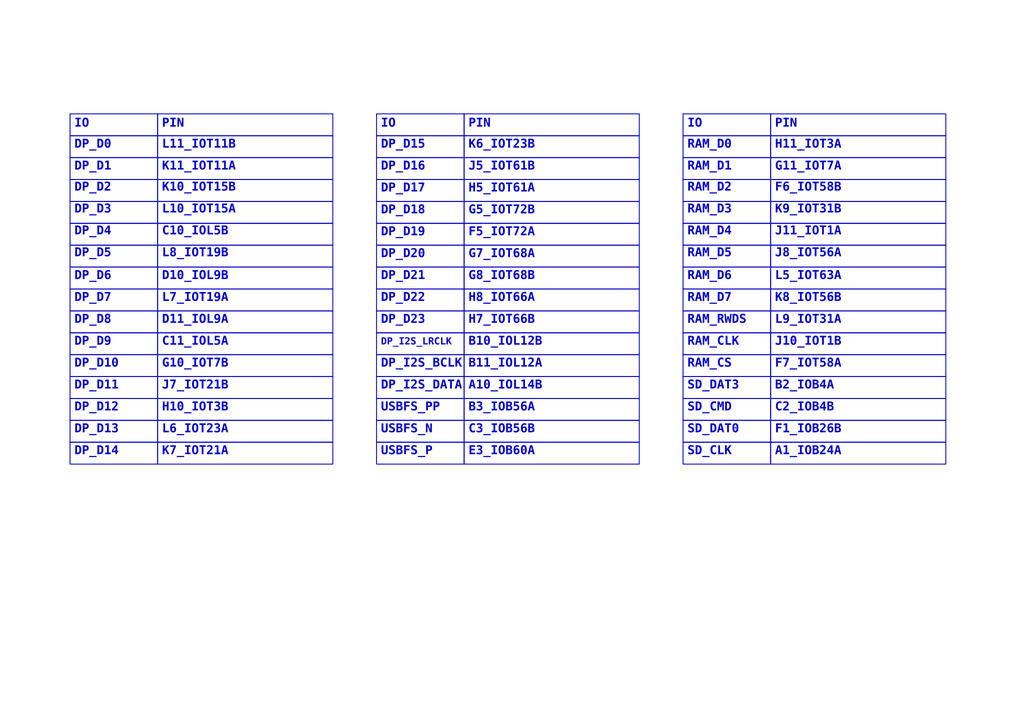
<source format=kicad_sch>
(kicad_sch
	(version 20250114)
	(generator "eeschema")
	(generator_version "9.0")
	(uuid "726e9e69-8303-4e09-9793-6179b04336f6")
	(paper "A4")
	(lib_symbols)
	(rectangle
		(start 20.32 77.47)
		(end 45.72 83.82)
		(stroke
			(width 0.254)
			(type default)
		)
		(fill
			(type none)
		)
		(uuid 08a29c31-3bbb-489e-8697-2be7403f35e3)
	)
	(rectangle
		(start 198.12 109.22)
		(end 223.52 115.57)
		(stroke
			(width 0.254)
			(type default)
		)
		(fill
			(type none)
		)
		(uuid 0a15c2bc-dede-465b-9eb9-96af1edb25b3)
	)
	(rectangle
		(start 109.22 52.07)
		(end 134.62 58.42)
		(stroke
			(width 0.254)
			(type default)
		)
		(fill
			(type none)
		)
		(uuid 0bc155e4-e17a-47f3-8fa5-ddc8bad00208)
	)
	(rectangle
		(start 198.12 90.17)
		(end 223.52 96.52)
		(stroke
			(width 0.254)
			(type default)
		)
		(fill
			(type none)
		)
		(uuid 0d3d9011-1f72-4435-813b-fb177d0eb442)
	)
	(rectangle
		(start 134.62 128.27)
		(end 185.42 134.62)
		(stroke
			(width 0.254)
			(type default)
		)
		(fill
			(type none)
		)
		(uuid 0d57f41c-0e04-47e1-89f4-e65349c08b7c)
	)
	(rectangle
		(start 198.12 102.87)
		(end 223.52 109.22)
		(stroke
			(width 0.254)
			(type default)
		)
		(fill
			(type none)
		)
		(uuid 11b09cb0-025d-4bc0-840e-6292ccbf37da)
	)
	(rectangle
		(start 223.52 52.07)
		(end 274.32 58.42)
		(stroke
			(width 0.254)
			(type default)
		)
		(fill
			(type none)
		)
		(uuid 151f9f8b-a846-4296-9513-dd2447ccaf4f)
	)
	(rectangle
		(start 198.12 64.77)
		(end 223.52 71.12)
		(stroke
			(width 0.254)
			(type default)
		)
		(fill
			(type none)
		)
		(uuid 1522ef9c-98ba-4b7c-a96a-061637fdef0a)
	)
	(rectangle
		(start 223.52 39.37)
		(end 274.32 45.72)
		(stroke
			(width 0.254)
			(type default)
		)
		(fill
			(type none)
		)
		(uuid 1638b9cc-86ef-4d8b-ae33-cac378de8c50)
	)
	(rectangle
		(start 109.22 115.57)
		(end 134.62 121.92)
		(stroke
			(width 0.254)
			(type default)
		)
		(fill
			(type none)
		)
		(uuid 1a286945-c719-4313-b2da-5c83a1e064ec)
	)
	(rectangle
		(start 198.12 115.57)
		(end 223.52 121.92)
		(stroke
			(width 0.254)
			(type default)
		)
		(fill
			(type none)
		)
		(uuid 1ad544e6-281c-4a0e-af07-08535154da2b)
	)
	(rectangle
		(start 109.22 128.27)
		(end 134.62 134.62)
		(stroke
			(width 0.254)
			(type default)
		)
		(fill
			(type none)
		)
		(uuid 1d31f49e-c257-44f4-a399-f69411e64e15)
	)
	(rectangle
		(start 20.32 115.57)
		(end 45.72 121.92)
		(stroke
			(width 0.254)
			(type default)
		)
		(fill
			(type none)
		)
		(uuid 1f54b4b5-1272-4179-b354-777d8f54accf)
	)
	(rectangle
		(start 223.52 33.02)
		(end 274.32 39.37)
		(stroke
			(width 0.254)
			(type default)
		)
		(fill
			(type none)
		)
		(uuid 28ca3619-a4f2-4990-9b0d-f5abc701e932)
	)
	(rectangle
		(start 20.32 96.52)
		(end 45.72 102.87)
		(stroke
			(width 0.254)
			(type default)
		)
		(fill
			(type none)
		)
		(uuid 2d8d6298-577e-4cbb-9d93-3f9f0a7ace9e)
	)
	(rectangle
		(start 20.32 45.72)
		(end 45.72 52.07)
		(stroke
			(width 0.254)
			(type default)
		)
		(fill
			(type none)
		)
		(uuid 31d45ca9-6516-4442-bc5a-c67e607bd18f)
	)
	(rectangle
		(start 223.52 71.12)
		(end 274.32 77.47)
		(stroke
			(width 0.254)
			(type default)
		)
		(fill
			(type none)
		)
		(uuid 33e43c15-fe07-4879-901f-fa9190612b8f)
	)
	(rectangle
		(start 223.52 128.27)
		(end 274.32 134.62)
		(stroke
			(width 0.254)
			(type default)
		)
		(fill
			(type none)
		)
		(uuid 3704d439-526b-49fd-a3e0-9725aab7fc3c)
	)
	(rectangle
		(start 109.22 64.77)
		(end 134.62 71.12)
		(stroke
			(width 0.254)
			(type default)
		)
		(fill
			(type none)
		)
		(uuid 3f2b7f9c-dcac-4c23-a843-ec40cfb5d0bd)
	)
	(rectangle
		(start 198.12 45.72)
		(end 223.52 52.07)
		(stroke
			(width 0.254)
			(type default)
		)
		(fill
			(type none)
		)
		(uuid 40c1111f-c682-45b1-a2ae-a14836d4a1fc)
	)
	(rectangle
		(start 134.62 83.82)
		(end 185.42 90.17)
		(stroke
			(width 0.254)
			(type default)
		)
		(fill
			(type none)
		)
		(uuid 418371d2-1cd0-4e8a-a344-1dc79c860d96)
	)
	(rectangle
		(start 109.22 45.72)
		(end 134.62 52.07)
		(stroke
			(width 0.254)
			(type default)
		)
		(fill
			(type none)
		)
		(uuid 437a46e3-d457-49e2-850c-9601a7f71518)
	)
	(rectangle
		(start 20.32 102.87)
		(end 45.72 109.22)
		(stroke
			(width 0.254)
			(type default)
		)
		(fill
			(type none)
		)
		(uuid 47cc7842-c06b-48dd-b72b-a626d477f9c6)
	)
	(rectangle
		(start 20.32 58.42)
		(end 45.72 64.77)
		(stroke
			(width 0.254)
			(type default)
		)
		(fill
			(type none)
		)
		(uuid 491180cf-9066-4aab-8ef2-153a734ddc60)
	)
	(rectangle
		(start 223.52 83.82)
		(end 274.32 90.17)
		(stroke
			(width 0.254)
			(type default)
		)
		(fill
			(type none)
		)
		(uuid 4a1036a3-15cd-46ba-8862-2234a4a20551)
	)
	(rectangle
		(start 198.12 83.82)
		(end 223.52 90.17)
		(stroke
			(width 0.254)
			(type default)
		)
		(fill
			(type none)
		)
		(uuid 4aef1877-9921-4446-a49a-a040c69b51e4)
	)
	(rectangle
		(start 45.72 64.77)
		(end 96.52 71.12)
		(stroke
			(width 0.254)
			(type default)
		)
		(fill
			(type none)
		)
		(uuid 4ecafdba-4726-43e3-894d-2bf7f5981927)
	)
	(rectangle
		(start 134.62 71.12)
		(end 185.42 77.47)
		(stroke
			(width 0.254)
			(type default)
		)
		(fill
			(type none)
		)
		(uuid 4f7245e1-a6bb-4cf0-9673-ffbf6c7acdc2)
	)
	(rectangle
		(start 223.52 115.57)
		(end 274.32 121.92)
		(stroke
			(width 0.254)
			(type default)
		)
		(fill
			(type none)
		)
		(uuid 52492d8e-311f-4f14-95bf-b5b174a09b74)
	)
	(rectangle
		(start 109.22 83.82)
		(end 134.62 90.17)
		(stroke
			(width 0.254)
			(type default)
		)
		(fill
			(type none)
		)
		(uuid 5980a141-c194-46f7-bbad-94e3f802bf0b)
	)
	(rectangle
		(start 134.62 115.57)
		(end 185.42 121.92)
		(stroke
			(width 0.254)
			(type default)
		)
		(fill
			(type none)
		)
		(uuid 5b33561d-bb76-4fcf-95f2-ea971b98bb96)
	)
	(rectangle
		(start 198.12 77.47)
		(end 223.52 83.82)
		(stroke
			(width 0.254)
			(type default)
		)
		(fill
			(type none)
		)
		(uuid 5c38886b-fde7-4050-b2f8-bf2c66eef1f4)
	)
	(rectangle
		(start 45.72 52.07)
		(end 96.52 58.42)
		(stroke
			(width 0.254)
			(type default)
		)
		(fill
			(type none)
		)
		(uuid 5cfc01ba-011f-41e5-bad7-dee5fed1786d)
	)
	(rectangle
		(start 223.52 96.52)
		(end 274.32 102.87)
		(stroke
			(width 0.254)
			(type default)
		)
		(fill
			(type none)
		)
		(uuid 66145700-56e7-47df-a874-a2eac808bdc5)
	)
	(rectangle
		(start 134.62 39.37)
		(end 185.42 45.72)
		(stroke
			(width 0.254)
			(type default)
		)
		(fill
			(type none)
		)
		(uuid 6a0bd649-7511-4a80-bb45-898b90a7edc4)
	)
	(rectangle
		(start 134.62 52.07)
		(end 185.42 58.42)
		(stroke
			(width 0.254)
			(type default)
		)
		(fill
			(type none)
		)
		(uuid 6e4aa7ea-66d3-4de6-81d5-715277230713)
	)
	(rectangle
		(start 20.32 109.22)
		(end 45.72 115.57)
		(stroke
			(width 0.254)
			(type default)
		)
		(fill
			(type none)
		)
		(uuid 72ad7d9b-b10b-4fa5-b2b2-6860cc6739ff)
	)
	(rectangle
		(start 45.72 58.42)
		(end 96.52 64.77)
		(stroke
			(width 0.254)
			(type default)
		)
		(fill
			(type none)
		)
		(uuid 73d7d4f8-70f6-46b6-9a85-c36f42829a63)
	)
	(rectangle
		(start 223.52 109.22)
		(end 274.32 115.57)
		(stroke
			(width 0.254)
			(type default)
		)
		(fill
			(type none)
		)
		(uuid 7747535b-3db7-4d89-ac8d-dde516d1551d)
	)
	(rectangle
		(start 134.62 58.42)
		(end 185.42 64.77)
		(stroke
			(width 0.254)
			(type default)
		)
		(fill
			(type none)
		)
		(uuid 7a4245f3-260c-4cab-8d0f-3761d7f9dc16)
	)
	(rectangle
		(start 223.52 77.47)
		(end 274.32 83.82)
		(stroke
			(width 0.254)
			(type default)
		)
		(fill
			(type none)
		)
		(uuid 7aa2fedf-341d-4901-a67a-4bfaef64230d)
	)
	(rectangle
		(start 20.32 64.77)
		(end 45.72 71.12)
		(stroke
			(width 0.254)
			(type default)
		)
		(fill
			(type none)
		)
		(uuid 7b5305ed-d0f8-48a0-a693-a46583f47704)
	)
	(rectangle
		(start 109.22 109.22)
		(end 134.62 115.57)
		(stroke
			(width 0.254)
			(type default)
		)
		(fill
			(type none)
		)
		(uuid 80c819ab-8628-473d-b1cc-04d231f0c71b)
	)
	(rectangle
		(start 198.12 71.12)
		(end 223.52 77.47)
		(stroke
			(width 0.254)
			(type default)
		)
		(fill
			(type none)
		)
		(uuid 84ebeebe-3db7-46ca-855d-0b1bbf327b26)
	)
	(rectangle
		(start 20.32 71.12)
		(end 45.72 77.47)
		(stroke
			(width 0.254)
			(type default)
		)
		(fill
			(type none)
		)
		(uuid 86f1358b-cf94-4916-adfe-e6b1d646cea8)
	)
	(rectangle
		(start 20.32 128.27)
		(end 45.72 134.62)
		(stroke
			(width 0.254)
			(type default)
		)
		(fill
			(type none)
		)
		(uuid 89f53f77-a7e7-4e49-b682-ce5e8e38d1db)
	)
	(rectangle
		(start 20.32 33.02)
		(end 45.72 39.37)
		(stroke
			(width 0.254)
			(type default)
		)
		(fill
			(type none)
		)
		(uuid 8a955181-13bf-4e6a-a907-17b2ad80f5e2)
	)
	(rectangle
		(start 45.72 33.02)
		(end 96.52 39.37)
		(stroke
			(width 0.254)
			(type default)
		)
		(fill
			(type none)
		)
		(uuid 958fd669-6232-4cc9-9240-6b048f3d4ca0)
	)
	(rectangle
		(start 223.52 121.92)
		(end 274.32 128.27)
		(stroke
			(width 0.254)
			(type default)
		)
		(fill
			(type none)
		)
		(uuid 9678a3e3-b38e-4f81-8eb4-b3e0d9005ea7)
	)
	(rectangle
		(start 109.22 39.37)
		(end 134.62 45.72)
		(stroke
			(width 0.254)
			(type default)
		)
		(fill
			(type none)
		)
		(uuid 9724a54f-03fe-4b73-bfad-0cd61c5a6021)
	)
	(rectangle
		(start 134.62 33.02)
		(end 185.42 39.37)
		(stroke
			(width 0.254)
			(type default)
		)
		(fill
			(type none)
		)
		(uuid 9bf173aa-9e9a-49f8-a5b2-c9ae21643348)
	)
	(rectangle
		(start 20.32 121.92)
		(end 45.72 128.27)
		(stroke
			(width 0.254)
			(type default)
		)
		(fill
			(type none)
		)
		(uuid 9cef45cb-c93e-4ac8-a633-84f6b4881d02)
	)
	(rectangle
		(start 134.62 102.87)
		(end 185.42 109.22)
		(stroke
			(width 0.254)
			(type default)
		)
		(fill
			(type none)
		)
		(uuid 9ed79d16-e3c5-46af-b0cc-b8364850d5fa)
	)
	(rectangle
		(start 20.32 52.07)
		(end 45.72 58.42)
		(stroke
			(width 0.254)
			(type default)
		)
		(fill
			(type none)
		)
		(uuid a1bcccc0-915c-43dc-a123-b8d0417ad81a)
	)
	(rectangle
		(start 20.32 83.82)
		(end 45.72 90.17)
		(stroke
			(width 0.254)
			(type default)
		)
		(fill
			(type none)
		)
		(uuid a30bba7f-7377-4614-a475-ad30ea2edf80)
	)
	(rectangle
		(start 45.72 96.52)
		(end 96.52 102.87)
		(stroke
			(width 0.254)
			(type default)
		)
		(fill
			(type none)
		)
		(uuid a6109cd6-4f73-4992-8860-354af3625298)
	)
	(rectangle
		(start 45.72 102.87)
		(end 96.52 109.22)
		(stroke
			(width 0.254)
			(type default)
		)
		(fill
			(type none)
		)
		(uuid a6c2911e-0267-4c02-a09a-af9be468b8cf)
	)
	(rectangle
		(start 109.22 96.52)
		(end 134.62 102.87)
		(stroke
			(width 0.254)
			(type default)
		)
		(fill
			(type none)
		)
		(uuid a7564b25-27cf-426c-9125-1453815b49f1)
	)
	(rectangle
		(start 198.12 128.27)
		(end 223.52 134.62)
		(stroke
			(width 0.254)
			(type default)
		)
		(fill
			(type none)
		)
		(uuid aac6fcc9-b3d0-4257-bfea-1eea06dc4f23)
	)
	(rectangle
		(start 223.52 90.17)
		(end 274.32 96.52)
		(stroke
			(width 0.254)
			(type default)
		)
		(fill
			(type none)
		)
		(uuid b6461e48-ebcd-4a0c-ac59-dcfcdd49cc2e)
	)
	(rectangle
		(start 20.32 90.17)
		(end 45.72 96.52)
		(stroke
			(width 0.254)
			(type default)
		)
		(fill
			(type none)
		)
		(uuid b7a35a37-0069-42c0-b738-718064e01b36)
	)
	(rectangle
		(start 134.62 64.77)
		(end 185.42 71.12)
		(stroke
			(width 0.254)
			(type default)
		)
		(fill
			(type none)
		)
		(uuid b82b3a0d-ad51-4a24-80da-627cfd84f756)
	)
	(rectangle
		(start 134.62 109.22)
		(end 185.42 115.57)
		(stroke
			(width 0.254)
			(type default)
		)
		(fill
			(type none)
		)
		(uuid ba45efab-def9-49cb-80a0-480c68c29f0c)
	)
	(rectangle
		(start 45.72 71.12)
		(end 96.52 77.47)
		(stroke
			(width 0.254)
			(type default)
		)
		(fill
			(type none)
		)
		(uuid bc17a9ac-8896-4785-8771-b3305dd0d2e5)
	)
	(rectangle
		(start 45.72 39.37)
		(end 96.52 45.72)
		(stroke
			(width 0.254)
			(type default)
		)
		(fill
			(type none)
		)
		(uuid c0e3a346-e8a2-4e8a-ad06-bf758daa500e)
	)
	(rectangle
		(start 109.22 71.12)
		(end 134.62 77.47)
		(stroke
			(width 0.254)
			(type default)
		)
		(fill
			(type none)
		)
		(uuid c2a027ab-1417-4ba3-95e2-2832b4c479c2)
	)
	(rectangle
		(start 45.72 45.72)
		(end 96.52 52.07)
		(stroke
			(width 0.254)
			(type default)
		)
		(fill
			(type none)
		)
		(uuid c3b802b7-fda7-44b6-9f29-64f76abf4430)
	)
	(rectangle
		(start 109.22 90.17)
		(end 134.62 96.52)
		(stroke
			(width 0.254)
			(type default)
		)
		(fill
			(type none)
		)
		(uuid c6357ece-0e8c-4c73-b71d-cb6b817096d6)
	)
	(rectangle
		(start 109.22 121.92)
		(end 134.62 128.27)
		(stroke
			(width 0.254)
			(type default)
		)
		(fill
			(type none)
		)
		(uuid c6775d96-d840-4d4f-9b43-a3f5722702e9)
	)
	(rectangle
		(start 20.32 39.37)
		(end 45.72 45.72)
		(stroke
			(width 0.254)
			(type default)
		)
		(fill
			(type none)
		)
		(uuid c74c4fb5-4326-45a0-9bce-4e9f94bee1b6)
	)
	(rectangle
		(start 134.62 77.47)
		(end 185.42 83.82)
		(stroke
			(width 0.254)
			(type default)
		)
		(fill
			(type none)
		)
		(uuid c938c33d-9b52-4f7d-ac94-803c02186563)
	)
	(rectangle
		(start 134.62 90.17)
		(end 185.42 96.52)
		(stroke
			(width 0.254)
			(type default)
		)
		(fill
			(type none)
		)
		(uuid cb445023-2190-4832-a4c3-38f737060b21)
	)
	(rectangle
		(start 45.72 109.22)
		(end 96.52 115.57)
		(stroke
			(width 0.254)
			(type default)
		)
		(fill
			(type none)
		)
		(uuid cd39b9cb-f4af-462e-a7e8-86610f5d3e3e)
	)
	(rectangle
		(start 134.62 45.72)
		(end 185.42 52.07)
		(stroke
			(width 0.254)
			(type default)
		)
		(fill
			(type none)
		)
		(uuid cf1bd372-2d02-45ce-9b90-eaa195bd5125)
	)
	(rectangle
		(start 198.12 33.02)
		(end 223.52 39.37)
		(stroke
			(width 0.254)
			(type default)
		)
		(fill
			(type none)
		)
		(uuid cf7f97d9-eeaf-4a83-938e-9a693c65185d)
	)
	(rectangle
		(start 223.52 58.42)
		(end 274.32 64.77)
		(stroke
			(width 0.254)
			(type default)
		)
		(fill
			(type none)
		)
		(uuid d2ccae61-8ebb-4b68-950a-59402f743f2a)
	)
	(rectangle
		(start 45.72 121.92)
		(end 96.52 128.27)
		(stroke
			(width 0.254)
			(type default)
		)
		(fill
			(type none)
		)
		(uuid d76087fb-5615-4552-8a9a-42035170759f)
	)
	(rectangle
		(start 109.22 77.47)
		(end 134.62 83.82)
		(stroke
			(width 0.254)
			(type default)
		)
		(fill
			(type none)
		)
		(uuid ddab6eff-190a-4575-b148-6af77fb859dd)
	)
	(rectangle
		(start 109.22 102.87)
		(end 134.62 109.22)
		(stroke
			(width 0.254)
			(type default)
		)
		(fill
			(type none)
		)
		(uuid dddb2692-6cad-43ef-a507-98da93954072)
	)
	(rectangle
		(start 45.72 115.57)
		(end 96.52 121.92)
		(stroke
			(width 0.254)
			(type default)
		)
		(fill
			(type none)
		)
		(uuid de4292f5-607e-49c1-8f96-1be95eecbbee)
	)
	(rectangle
		(start 134.62 96.52)
		(end 185.42 102.87)
		(stroke
			(width 0.254)
			(type default)
		)
		(fill
			(type none)
		)
		(uuid e2693ead-b3cb-43b1-8eef-40414d30d8a9)
	)
	(rectangle
		(start 198.12 52.07)
		(end 223.52 58.42)
		(stroke
			(width 0.254)
			(type default)
		)
		(fill
			(type none)
		)
		(uuid e27212af-8cbf-4ab5-84fa-7ec6cf336f49)
	)
	(rectangle
		(start 198.12 121.92)
		(end 223.52 128.27)
		(stroke
			(width 0.254)
			(type default)
		)
		(fill
			(type none)
		)
		(uuid e369358e-b3b6-4a83-9fac-0e593a37a561)
	)
	(rectangle
		(start 45.72 77.47)
		(end 96.52 83.82)
		(stroke
			(width 0.254)
			(type default)
		)
		(fill
			(type none)
		)
		(uuid e8087059-8d15-4871-9b10-baa6351cd053)
	)
	(rectangle
		(start 198.12 58.42)
		(end 223.52 64.77)
		(stroke
			(width 0.254)
			(type default)
		)
		(fill
			(type none)
		)
		(uuid ea26a63a-aaf7-4610-b637-ccad8d17f2c4)
	)
	(rectangle
		(start 134.62 121.92)
		(end 185.42 128.27)
		(stroke
			(width 0.254)
			(type default)
		)
		(fill
			(type none)
		)
		(uuid eea39f61-58ae-4b76-9722-767763e10a0c)
	)
	(rectangle
		(start 198.12 96.52)
		(end 223.52 102.87)
		(stroke
			(width 0.254)
			(type default)
		)
		(fill
			(type none)
		)
		(uuid ef109d67-bb8c-4309-ac08-0e0df300a09b)
	)
	(rectangle
		(start 109.22 33.02)
		(end 134.62 39.37)
		(stroke
			(width 0.254)
			(type default)
		)
		(fill
			(type none)
		)
		(uuid efa1df8c-0a76-42b5-bff7-37ed280340c1)
	)
	(rectangle
		(start 45.72 90.17)
		(end 96.52 96.52)
		(stroke
			(width 0.254)
			(type default)
		)
		(fill
			(type none)
		)
		(uuid efd5f7b5-9879-4dea-9f2a-32254f27b272)
	)
	(rectangle
		(start 223.52 64.77)
		(end 274.32 71.12)
		(stroke
			(width 0.254)
			(type default)
		)
		(fill
			(type none)
		)
		(uuid f255f939-7b7b-4bab-9cd6-4aa8ca0d6401)
	)
	(rectangle
		(start 198.12 39.37)
		(end 223.52 45.72)
		(stroke
			(width 0.254)
			(type default)
		)
		(fill
			(type none)
		)
		(uuid f2f17e45-70f5-4d59-90a3-e04361346d19)
	)
	(rectangle
		(start 223.52 45.72)
		(end 274.32 52.07)
		(stroke
			(width 0.254)
			(type default)
		)
		(fill
			(type none)
		)
		(uuid f3d75b55-784b-49ae-81bb-bb0503fd5856)
	)
	(rectangle
		(start 45.72 83.82)
		(end 96.52 90.17)
		(stroke
			(width 0.254)
			(type default)
		)
		(fill
			(type none)
		)
		(uuid f6175657-ac84-4824-bbbc-7d7bfcefdd9d)
	)
	(rectangle
		(start 45.72 128.27)
		(end 96.52 134.62)
		(stroke
			(width 0.254)
			(type default)
		)
		(fill
			(type none)
		)
		(uuid f696004b-9fe2-4073-b91e-cf123448bb9d)
	)
	(rectangle
		(start 109.22 58.42)
		(end 134.62 64.77)
		(stroke
			(width 0.254)
			(type default)
		)
		(fill
			(type none)
		)
		(uuid fbe6b0e3-594d-4407-8488-7727c92d1f2e)
	)
	(rectangle
		(start 223.52 102.87)
		(end 274.32 109.22)
		(stroke
			(width 0.254)
			(type default)
		)
		(fill
			(type none)
		)
		(uuid fd646aab-1811-4fc5-aae1-7dfc298fecfb)
	)
	(text "L7_IOT19A"
		(exclude_from_sim no)
		(at 46.99 87.122 0)
		(effects
			(font
				(face "Courier New")
				(size 2.54 2.54)
				(thickness 0.508)
				(bold yes)
			)
			(justify left)
		)
		(uuid "01068f36-3d28-469a-8287-d54beeec95dd")
	)
	(text "L9_IOT31A"
		(exclude_from_sim no)
		(at 224.79 93.472 0)
		(effects
			(font
				(face "Courier New")
				(size 2.54 2.54)
				(thickness 0.508)
				(bold yes)
			)
			(justify left)
		)
		(uuid "01180c8c-61d0-4fa4-b76b-caa3c477b9b7")
	)
	(text "USBFS_N"
		(exclude_from_sim no)
		(at 110.49 125.222 0)
		(effects
			(font
				(face "Courier New")
				(size 2.54 2.54)
				(thickness 0.508)
				(bold yes)
			)
			(justify left)
		)
		(uuid "03c8ba15-cd4f-4ec3-b732-cfe08111710a")
	)
	(text "H7_IOT66B"
		(exclude_from_sim no)
		(at 135.89 93.472 0)
		(effects
			(font
				(face "Courier New")
				(size 2.54 2.54)
				(thickness 0.508)
				(bold yes)
			)
			(justify left)
		)
		(uuid "06d3d1a7-7e64-4612-8f8d-6180dc7640b2")
	)
	(text "DP_D9"
		(exclude_from_sim no)
		(at 21.59 99.822 0)
		(effects
			(font
				(face "Courier New")
				(size 2.54 2.54)
				(thickness 0.508)
				(bold yes)
			)
			(justify left)
		)
		(uuid "07c3b0d0-a03a-4a29-b32f-6a9a40e06544")
	)
	(text "L6_IOT23A"
		(exclude_from_sim no)
		(at 46.99 125.222 0)
		(effects
			(font
				(face "Courier New")
				(size 2.54 2.54)
				(thickness 0.508)
				(bold yes)
			)
			(justify left)
		)
		(uuid "0b3f9d88-d7ab-451b-bd25-357adcc35e51")
	)
	(text "IO"
		(exclude_from_sim no)
		(at 110.49 36.576 0)
		(effects
			(font
				(face "Courier New")
				(size 2.54 2.54)
				(thickness 0.254)
				(bold yes)
			)
			(justify left)
		)
		(uuid "0c226fed-0bf8-4595-b046-974c8bdced43")
	)
	(text "SD_CMD"
		(exclude_from_sim no)
		(at 199.39 118.872 0)
		(effects
			(font
				(face "Courier New")
				(size 2.54 2.54)
				(thickness 0.508)
				(bold yes)
			)
			(justify left)
		)
		(uuid "0c23e9b6-20bd-489d-9bfe-a0adb45f60a6")
	)
	(text "RAM_CLK"
		(exclude_from_sim no)
		(at 199.39 99.822 0)
		(effects
			(font
				(face "Courier New")
				(size 2.54 2.54)
				(thickness 0.508)
				(bold yes)
			)
			(justify left)
		)
		(uuid "0da1ad6f-9171-46ea-b029-0e4537eb3732")
	)
	(text "C2_IOB4B"
		(exclude_from_sim no)
		(at 224.79 118.872 0)
		(effects
			(font
				(face "Courier New")
				(size 2.54 2.54)
				(thickness 0.508)
				(bold yes)
			)
			(justify left)
		)
		(uuid "13eb3ea5-7783-4921-9bb7-f8df423063fc")
	)
	(text "G10_IOT7B"
		(exclude_from_sim no)
		(at 46.99 106.172 0)
		(effects
			(font
				(face "Courier New")
				(size 2.54 2.54)
				(thickness 0.508)
				(bold yes)
			)
			(justify left)
		)
		(uuid "14c00265-7937-44bd-a11d-718c43666ba0")
	)
	(text "DP_I2S_DATA"
		(exclude_from_sim no)
		(at 110.49 112.522 0)
		(effects
			(font
				(face "Courier New")
				(size 2.54 2.54)
				(thickness 0.508)
				(bold yes)
			)
			(justify left)
		)
		(uuid "153bdc8c-3e90-46f6-bbf8-dfa90523e6e6")
	)
	(text "H5_IOT61A"
		(exclude_from_sim no)
		(at 135.89 55.372 0)
		(effects
			(font
				(face "Courier New")
				(size 2.54 2.54)
				(thickness 0.508)
				(bold yes)
			)
			(justify left)
		)
		(uuid "15f08184-dc2b-469c-81e1-948cb692538b")
	)
	(text "DP_D20"
		(exclude_from_sim no)
		(at 110.49 74.422 0)
		(effects
			(font
				(face "Courier New")
				(size 2.54 2.54)
				(thickness 0.508)
				(bold yes)
			)
			(justify left)
		)
		(uuid "16162c74-297e-4fc2-9819-963976f4540c")
	)
	(text "DP_D1"
		(exclude_from_sim no)
		(at 21.59 49.022 0)
		(effects
			(font
				(face "Courier New")
				(size 2.54 2.54)
				(thickness 0.508)
				(bold yes)
			)
			(justify left)
		)
		(uuid "188afcf1-722c-4bb4-b381-bec81c0c1b24")
	)
	(text "F1_IOB26B"
		(exclude_from_sim no)
		(at 224.79 125.222 0)
		(effects
			(font
				(face "Courier New")
				(size 2.54 2.54)
				(thickness 0.508)
				(bold yes)
			)
			(justify left)
		)
		(uuid "1904b8ae-6489-4ddf-a666-f7a56486556a")
	)
	(text "G8_IOT68B"
		(exclude_from_sim no)
		(at 135.89 80.772 0)
		(effects
			(font
				(face "Courier New")
				(size 2.54 2.54)
				(thickness 0.508)
				(bold yes)
			)
			(justify left)
		)
		(uuid "1919bf7d-9b62-4266-9d03-7d09eb99ef04")
	)
	(text "DP_D18"
		(exclude_from_sim no)
		(at 110.49 61.722 0)
		(effects
			(font
				(face "Courier New")
				(size 2.54 2.54)
				(thickness 0.508)
				(bold yes)
			)
			(justify left)
		)
		(uuid "1ebd3da1-a231-4813-80da-31292756ba04")
	)
	(text "PIN"
		(exclude_from_sim no)
		(at 224.79 36.576 0)
		(effects
			(font
				(face "Courier New")
				(size 2.54 2.54)
				(thickness 0.254)
				(bold yes)
			)
			(justify left)
		)
		(uuid "231de248-b9e9-4796-8bba-7ab1a12942dc")
	)
	(text "RAM_D2"
		(exclude_from_sim no)
		(at 199.39 55.118 0)
		(effects
			(font
				(face "Courier New")
				(size 2.54 2.54)
				(thickness 0.508)
				(bold yes)
			)
			(justify left)
		)
		(uuid "26392fef-4ef0-4539-9608-f35b846fd955")
	)
	(text "F7_IOT58A"
		(exclude_from_sim no)
		(at 224.79 106.172 0)
		(effects
			(font
				(face "Courier New")
				(size 2.54 2.54)
				(thickness 0.508)
				(bold yes)
			)
			(justify left)
		)
		(uuid "278d67be-2247-426a-bf06-a81b5b8d3481")
	)
	(text "A10_IOL14B"
		(exclude_from_sim no)
		(at 135.89 112.522 0)
		(effects
			(font
				(face "Courier New")
				(size 2.54 2.54)
				(thickness 0.508)
				(bold yes)
			)
			(justify left)
		)
		(uuid "27f11267-1246-4759-931a-b86618c8ed0b")
	)
	(text "RAM_D7"
		(exclude_from_sim no)
		(at 199.39 87.122 0)
		(effects
			(font
				(face "Courier New")
				(size 2.54 2.54)
				(thickness 0.508)
				(bold yes)
			)
			(justify left)
		)
		(uuid "29344d98-9985-44c0-97f5-9ca2fe94b5b5")
	)
	(text "K7_IOT21A"
		(exclude_from_sim no)
		(at 46.99 131.572 0)
		(effects
			(font
				(face "Courier New")
				(size 2.54 2.54)
				(thickness 0.508)
				(bold yes)
			)
			(justify left)
		)
		(uuid "2c1bd6a1-ec27-4965-8775-fd2289a7e98a")
	)
	(text "DP_D0"
		(exclude_from_sim no)
		(at 21.59 42.672 0)
		(effects
			(font
				(face "Courier New")
				(size 2.54 2.54)
				(thickness 0.508)
				(bold yes)
			)
			(justify left)
		)
		(uuid "2c551036-e499-422f-b904-f7a6b68673d8")
	)
	(text "DP_D6"
		(exclude_from_sim no)
		(at 21.59 80.772 0)
		(effects
			(font
				(face "Courier New")
				(size 2.54 2.54)
				(thickness 0.508)
				(bold yes)
			)
			(justify left)
		)
		(uuid "2f89f701-a20e-4d48-a846-4339784b2c05")
	)
	(text "DP_D14"
		(exclude_from_sim no)
		(at 21.59 131.572 0)
		(effects
			(font
				(face "Courier New")
				(size 2.54 2.54)
				(thickness 0.508)
				(bold yes)
			)
			(justify left)
		)
		(uuid "34a4b930-cf87-4187-b6fb-18c22af8c370")
	)
	(text "J10_IOT1B"
		(exclude_from_sim no)
		(at 224.79 99.822 0)
		(effects
			(font
				(face "Courier New")
				(size 2.54 2.54)
				(thickness 0.508)
				(bold yes)
			)
			(justify left)
		)
		(uuid "39a41323-ed41-49fd-b191-af88b9a4e993")
	)
	(text "H10_IOT3B"
		(exclude_from_sim no)
		(at 46.99 118.872 0)
		(effects
			(font
				(face "Courier New")
				(size 2.54 2.54)
				(thickness 0.508)
				(bold yes)
			)
			(justify left)
		)
		(uuid "43cb1dc9-5fb3-4a00-81c5-fd3d1c2f13f6")
	)
	(text "DP_D10"
		(exclude_from_sim no)
		(at 21.59 106.172 0)
		(effects
			(font
				(face "Courier New")
				(size 2.54 2.54)
				(thickness 0.508)
				(bold yes)
			)
			(justify left)
		)
		(uuid "473b334a-4d6d-424e-b022-e7e83d5954ea")
	)
	(text "DP_I2S_LRCLK"
		(exclude_from_sim no)
		(at 110.49 99.822 0)
		(effects
			(font
				(face "Courier New")
				(size 2.032 2.032)
				(thickness 0.508)
				(bold yes)
			)
			(justify left)
		)
		(uuid "475ec540-5aea-48ed-bde1-3aa440900153")
	)
	(text "B3_IOB56A"
		(exclude_from_sim no)
		(at 135.89 118.872 0)
		(effects
			(font
				(face "Courier New")
				(size 2.54 2.54)
				(thickness 0.508)
				(bold yes)
			)
			(justify left)
		)
		(uuid "47edfad6-6b26-4978-8804-95c5030ee3d3")
	)
	(text "RAM_RWDS"
		(exclude_from_sim no)
		(at 199.39 93.472 0)
		(effects
			(font
				(face "Courier New")
				(size 2.54 2.54)
				(thickness 0.508)
				(bold yes)
			)
			(justify left)
		)
		(uuid "4852d9e7-0345-4612-b3f5-ca519387a63b")
	)
	(text "DP_D16"
		(exclude_from_sim no)
		(at 110.49 49.022 0)
		(effects
			(font
				(face "Courier New")
				(size 2.54 2.54)
				(thickness 0.508)
				(bold yes)
			)
			(justify left)
		)
		(uuid "4dab2a27-632b-4e51-bf4b-a3629918b262")
	)
	(text "F5_IOT72A"
		(exclude_from_sim no)
		(at 135.89 68.072 0)
		(effects
			(font
				(face "Courier New")
				(size 2.54 2.54)
				(thickness 0.508)
				(bold yes)
			)
			(justify left)
		)
		(uuid "4dd8bca4-247d-4733-a331-35a00d2d2e48")
	)
	(text "IO"
		(exclude_from_sim no)
		(at 21.59 36.576 0)
		(effects
			(font
				(face "Courier New")
				(size 2.54 2.54)
				(thickness 0.254)
				(bold yes)
			)
			(justify left)
		)
		(uuid "5320d513-28ab-463b-b1f2-163fc10e1041")
	)
	(text "DP_D4"
		(exclude_from_sim no)
		(at 21.59 67.818 0)
		(effects
			(font
				(face "Courier New")
				(size 2.54 2.54)
				(thickness 0.508)
				(bold yes)
			)
			(justify left)
		)
		(uuid "549e02ce-7c2f-42ab-ad11-2071b07bc607")
	)
	(text "B11_IOL12A"
		(exclude_from_sim no)
		(at 135.89 106.172 0)
		(effects
			(font
				(face "Courier New")
				(size 2.54 2.54)
				(thickness 0.508)
				(bold yes)
			)
			(justify left)
		)
		(uuid "5959cdb2-fe1c-4da3-a914-f605ce71ffcb")
	)
	(text "RAM_D6"
		(exclude_from_sim no)
		(at 199.39 80.772 0)
		(effects
			(font
				(face "Courier New")
				(size 2.54 2.54)
				(thickness 0.508)
				(bold yes)
			)
			(justify left)
		)
		(uuid "60ec14f1-9912-4fb2-bd05-940e6bf10961")
	)
	(text "C10_IOL5B"
		(exclude_from_sim no)
		(at 46.99 67.818 0)
		(effects
			(font
				(face "Courier New")
				(size 2.54 2.54)
				(thickness 0.508)
				(bold yes)
			)
			(justify left)
		)
		(uuid "6318a158-0d1a-4901-bc7b-f26aa30cb161")
	)
	(text "H8_IOT66A"
		(exclude_from_sim no)
		(at 135.89 87.122 0)
		(effects
			(font
				(face "Courier New")
				(size 2.54 2.54)
				(thickness 0.508)
				(bold yes)
			)
			(justify left)
		)
		(uuid "69853e6c-da75-4fb4-b6d1-c0c56aa54553")
	)
	(text "A1_IOB24A"
		(exclude_from_sim no)
		(at 224.79 131.572 0)
		(effects
			(font
				(face "Courier New")
				(size 2.54 2.54)
				(thickness 0.508)
				(bold yes)
			)
			(justify left)
		)
		(uuid "6b52de77-33aa-4ede-a87b-1e48e769e1ff")
	)
	(text "DP_D21"
		(exclude_from_sim no)
		(at 110.49 80.772 0)
		(effects
			(font
				(face "Courier New")
				(size 2.54 2.54)
				(thickness 0.508)
				(bold yes)
			)
			(justify left)
		)
		(uuid "6f36f89a-30f9-4d9a-8ee6-ad3417db7769")
	)
	(text "PIN"
		(exclude_from_sim no)
		(at 135.89 36.576 0)
		(effects
			(font
				(face "Courier New")
				(size 2.54 2.54)
				(thickness 0.254)
				(bold yes)
			)
			(justify left)
		)
		(uuid "70ebee13-d0a9-44bc-9270-6af544896a03")
	)
	(text "DP_D23"
		(exclude_from_sim no)
		(at 110.49 93.472 0)
		(effects
			(font
				(face "Courier New")
				(size 2.54 2.54)
				(thickness 0.508)
				(bold yes)
			)
			(justify left)
		)
		(uuid "723ddfd7-4384-44c5-96d9-ac234105f115")
	)
	(text "DP_D7"
		(exclude_from_sim no)
		(at 21.59 87.122 0)
		(effects
			(font
				(face "Courier New")
				(size 2.54 2.54)
				(thickness 0.508)
				(bold yes)
			)
			(justify left)
		)
		(uuid "7300fe5b-cad8-48ca-80bf-b9215d81e8e1")
	)
	(text "RAM_D3"
		(exclude_from_sim no)
		(at 199.39 61.468 0)
		(effects
			(font
				(face "Courier New")
				(size 2.54 2.54)
				(thickness 0.508)
				(bold yes)
			)
			(justify left)
		)
		(uuid "78528790-afe8-4233-943f-00b66118f4d1")
	)
	(text "J11_IOT1A"
		(exclude_from_sim no)
		(at 224.79 67.818 0)
		(effects
			(font
				(face "Courier New")
				(size 2.54 2.54)
				(thickness 0.508)
				(bold yes)
			)
			(justify left)
		)
		(uuid "78935cff-a33c-42ec-a2e5-140bd5930157")
	)
	(text "USBFS_PP"
		(exclude_from_sim no)
		(at 110.49 118.872 0)
		(effects
			(font
				(face "Courier New")
				(size 2.54 2.54)
				(thickness 0.508)
				(bold yes)
			)
			(justify left)
		)
		(uuid "7a5adb54-7cb0-415e-82d1-24d69dbf27f2")
	)
	(text "DP_D3"
		(exclude_from_sim no)
		(at 21.59 61.468 0)
		(effects
			(font
				(face "Courier New")
				(size 2.54 2.54)
				(thickness 0.508)
				(bold yes)
			)
			(justify left)
		)
		(uuid "828391e4-d646-4e22-a778-b68c0cd03d7c")
	)
	(text "DP_D15"
		(exclude_from_sim no)
		(at 110.49 42.672 0)
		(effects
			(font
				(face "Courier New")
				(size 2.54 2.54)
				(thickness 0.508)
				(bold yes)
			)
			(justify left)
		)
		(uuid "84b84532-ae35-432a-8596-672a926f171c")
	)
	(text "H11_IOT3A"
		(exclude_from_sim no)
		(at 224.79 42.672 0)
		(effects
			(font
				(face "Courier New")
				(size 2.54 2.54)
				(thickness 0.508)
				(bold yes)
			)
			(justify left)
		)
		(uuid "88645818-f8fa-427a-a3cc-5314f6b5b08f")
	)
	(text "DP_D8"
		(exclude_from_sim no)
		(at 21.59 93.472 0)
		(effects
			(font
				(face "Courier New")
				(size 2.54 2.54)
				(thickness 0.508)
				(bold yes)
			)
			(justify left)
		)
		(uuid "89b6f2c5-474c-4418-92ec-0f0932c352f2")
	)
	(text "K11_IOT11A"
		(exclude_from_sim no)
		(at 46.99 49.022 0)
		(effects
			(font
				(face "Courier New")
				(size 2.54 2.54)
				(thickness 0.508)
				(bold yes)
			)
			(justify left)
		)
		(uuid "8ccc2389-f27d-443c-b6b2-3ca5fbd4bc08")
	)
	(text "SD_CLK"
		(exclude_from_sim no)
		(at 199.39 131.572 0)
		(effects
			(font
				(face "Courier New")
				(size 2.54 2.54)
				(thickness 0.508)
				(bold yes)
			)
			(justify left)
		)
		(uuid "8d8a35a0-f3c9-4b8a-913b-d050a8281810")
	)
	(text "DP_D12"
		(exclude_from_sim no)
		(at 21.59 118.872 0)
		(effects
			(font
				(face "Courier New")
				(size 2.54 2.54)
				(thickness 0.508)
				(bold yes)
			)
			(justify left)
		)
		(uuid "8de69335-5bcc-4eeb-98ab-7b776651b073")
	)
	(text "PIN"
		(exclude_from_sim no)
		(at 46.99 36.576 0)
		(effects
			(font
				(face "Courier New")
				(size 2.54 2.54)
				(thickness 0.254)
				(bold yes)
			)
			(justify left)
		)
		(uuid "8e184560-bd69-4939-a227-9332d8aabb94")
	)
	(text "L10_IOT15A"
		(exclude_from_sim no)
		(at 46.99 61.468 0)
		(effects
			(font
				(face "Courier New")
				(size 2.54 2.54)
				(thickness 0.508)
				(bold yes)
			)
			(justify left)
		)
		(uuid "8f119bb8-5677-4ce3-b189-6568438832ba")
	)
	(text "L5_IOT63A"
		(exclude_from_sim no)
		(at 224.79 80.772 0)
		(effects
			(font
				(face "Courier New")
				(size 2.54 2.54)
				(thickness 0.508)
				(bold yes)
			)
			(justify left)
		)
		(uuid "92a262f8-b6de-4efe-82af-e46a07f480be")
	)
	(text "DP_D2"
		(exclude_from_sim no)
		(at 21.59 55.118 0)
		(effects
			(font
				(face "Courier New")
				(size 2.54 2.54)
				(thickness 0.508)
				(bold yes)
			)
			(justify left)
		)
		(uuid "93df7b56-0e4a-44b2-bb4f-826346d64167")
	)
	(text "K9_IOT31B"
		(exclude_from_sim no)
		(at 224.79 61.468 0)
		(effects
			(font
				(face "Courier New")
				(size 2.54 2.54)
				(thickness 0.508)
				(bold yes)
			)
			(justify left)
		)
		(uuid "963c3695-af99-4cc2-916b-dbe547da7443")
	)
	(text "G5_IOT72B"
		(exclude_from_sim no)
		(at 135.89 61.722 0)
		(effects
			(font
				(face "Courier New")
				(size 2.54 2.54)
				(thickness 0.508)
				(bold yes)
			)
			(justify left)
		)
		(uuid "9733c39f-5c5a-458b-8d75-b0244242d1ae")
	)
	(text "SD_DAT3"
		(exclude_from_sim no)
		(at 199.39 112.522 0)
		(effects
			(font
				(face "Courier New")
				(size 2.54 2.54)
				(thickness 0.508)
				(bold yes)
			)
			(justify left)
		)
		(uuid "98f9b31d-2fc5-4b8f-88df-4cd976617999")
	)
	(text "IO"
		(exclude_from_sim no)
		(at 199.39 36.576 0)
		(effects
			(font
				(face "Courier New")
				(size 2.54 2.54)
				(thickness 0.254)
				(bold yes)
			)
			(justify left)
		)
		(uuid "9c5d355f-a47f-4624-99c4-2c64ecaa573a")
	)
	(text "K10_IOT15B"
		(exclude_from_sim no)
		(at 46.99 55.118 0)
		(effects
			(font
				(face "Courier New")
				(size 2.54 2.54)
				(thickness 0.508)
				(bold yes)
			)
			(justify left)
		)
		(uuid "9ed7ef77-1ca4-490f-8822-a8d3b08741cc")
	)
	(text "K6_IOT23B"
		(exclude_from_sim no)
		(at 135.89 42.672 0)
		(effects
			(font
				(face "Courier New")
				(size 2.54 2.54)
				(thickness 0.508)
				(bold yes)
			)
			(justify left)
		)
		(uuid "9fb2b4b4-74db-4e98-812b-2cde99d53c7f")
	)
	(text "C11_IOL5A"
		(exclude_from_sim no)
		(at 46.99 99.822 0)
		(effects
			(font
				(face "Courier New")
				(size 2.54 2.54)
				(thickness 0.508)
				(bold yes)
			)
			(justify left)
		)
		(uuid "a3a2b178-ef6e-4c8f-8c28-6dac5aaabcc8")
	)
	(text "DP_D22"
		(exclude_from_sim no)
		(at 110.49 87.122 0)
		(effects
			(font
				(face "Courier New")
				(size 2.54 2.54)
				(thickness 0.508)
				(bold yes)
			)
			(justify left)
		)
		(uuid "a4528425-a0a6-43ea-80d7-81f624614320")
	)
	(text "RAM_CS"
		(exclude_from_sim no)
		(at 199.39 106.172 0)
		(effects
			(font
				(face "Courier New")
				(size 2.54 2.54)
				(thickness 0.508)
				(bold yes)
			)
			(justify left)
		)
		(uuid "a5eb0454-55dd-4d43-bc6f-c7a09deaa10f")
	)
	(text "D10_IOL9B"
		(exclude_from_sim no)
		(at 46.99 80.772 0)
		(effects
			(font
				(face "Courier New")
				(size 2.54 2.54)
				(thickness 0.508)
				(bold yes)
			)
			(justify left)
		)
		(uuid "a8243a27-2cae-4929-a981-037044b01728")
	)
	(text "G7_IOT68A"
		(exclude_from_sim no)
		(at 135.89 74.422 0)
		(effects
			(font
				(face "Courier New")
				(size 2.54 2.54)
				(thickness 0.508)
				(bold yes)
			)
			(justify left)
		)
		(uuid "af09a067-395f-49eb-aea9-a84575e39b99")
	)
	(text "D11_IOL9A"
		(exclude_from_sim no)
		(at 46.99 93.472 0)
		(effects
			(font
				(face "Courier New")
				(size 2.54 2.54)
				(thickness 0.508)
				(bold yes)
			)
			(justify left)
		)
		(uuid "b08f6235-f43e-49ad-b430-5690aa4bafeb")
	)
	(text "SD_DAT0"
		(exclude_from_sim no)
		(at 199.39 125.222 0)
		(effects
			(font
				(face "Courier New")
				(size 2.54 2.54)
				(thickness 0.508)
				(bold yes)
			)
			(justify left)
		)
		(uuid "b151c2dc-f029-495b-85e5-d1b2200e0737")
	)
	(text "DP_D17"
		(exclude_from_sim no)
		(at 110.49 55.372 0)
		(effects
			(font
				(face "Courier New")
				(size 2.54 2.54)
				(thickness 0.508)
				(bold yes)
			)
			(justify left)
		)
		(uuid "b39a69f8-09c2-424c-b599-618d0185d1bd")
	)
	(text "J7_IOT21B"
		(exclude_from_sim no)
		(at 46.99 112.522 0)
		(effects
			(font
				(face "Courier New")
				(size 2.54 2.54)
				(thickness 0.508)
				(bold yes)
			)
			(justify left)
		)
		(uuid "b56451e6-45f0-47de-95c3-6818e259349c")
	)
	(text "DP_I2S_BCLK"
		(exclude_from_sim no)
		(at 110.49 106.172 0)
		(effects
			(font
				(face "Courier New")
				(size 2.54 2.54)
				(thickness 0.508)
				(bold yes)
			)
			(justify left)
		)
		(uuid "b718fef1-4fdb-458f-95fa-b6740a1c062b")
	)
	(text "C3_IOB56B"
		(exclude_from_sim no)
		(at 135.89 125.222 0)
		(effects
			(font
				(face "Courier New")
				(size 2.54 2.54)
				(thickness 0.508)
				(bold yes)
			)
			(justify left)
		)
		(uuid "b9f11caa-dfdf-45f6-824f-237f36de4d8a")
	)
	(text "RAM_D1"
		(exclude_from_sim no)
		(at 199.39 49.022 0)
		(effects
			(font
				(face "Courier New")
				(size 2.54 2.54)
				(thickness 0.508)
				(bold yes)
			)
			(justify left)
		)
		(uuid "bec90ee1-2878-4933-8202-a6f635695c55")
	)
	(text "DP_D5"
		(exclude_from_sim no)
		(at 21.59 74.168 0)
		(effects
			(font
				(face "Courier New")
				(size 2.54 2.54)
				(thickness 0.508)
				(bold yes)
			)
			(justify left)
		)
		(uuid "c352cce9-e34a-4de2-9e9b-7f70bb6cbc31")
	)
	(text "USBFS_P"
		(exclude_from_sim no)
		(at 110.49 131.572 0)
		(effects
			(font
				(face "Courier New")
				(size 2.54 2.54)
				(thickness 0.508)
				(bold yes)
			)
			(justify left)
		)
		(uuid "c42a6520-eaf4-4a9d-901a-3ca1cf061021")
	)
	(text "B2_IOB4A"
		(exclude_from_sim no)
		(at 224.79 112.522 0)
		(effects
			(font
				(face "Courier New")
				(size 2.54 2.54)
				(thickness 0.508)
				(bold yes)
			)
			(justify left)
		)
		(uuid "c5a82938-f32b-493c-9d66-5417a575538f")
	)
	(text "B10_IOL12B"
		(exclude_from_sim no)
		(at 135.89 99.822 0)
		(effects
			(font
				(face "Courier New")
				(size 2.54 2.54)
				(thickness 0.508)
				(bold yes)
			)
			(justify left)
		)
		(uuid "c8ee741c-5ad9-44c9-8175-622c3e78553c")
	)
	(text "J5_IOT61B"
		(exclude_from_sim no)
		(at 135.89 49.022 0)
		(effects
			(font
				(face "Courier New")
				(size 2.54 2.54)
				(thickness 0.508)
				(bold yes)
			)
			(justify left)
		)
		(uuid "cbc71910-063b-4752-98d3-4725148e021e")
	)
	(text "RAM_D0"
		(exclude_from_sim no)
		(at 199.39 42.672 0)
		(effects
			(font
				(face "Courier New")
				(size 2.54 2.54)
				(thickness 0.508)
				(bold yes)
			)
			(justify left)
		)
		(uuid "cefe2db5-cc30-412d-adbc-ef09998e4bdf")
	)
	(text "RAM_D5"
		(exclude_from_sim no)
		(at 199.39 74.168 0)
		(effects
			(font
				(face "Courier New")
				(size 2.54 2.54)
				(thickness 0.508)
				(bold yes)
			)
			(justify left)
		)
		(uuid "d02d464a-db3b-47bc-9d88-b8441ae43f26")
	)
	(text "DP_D13"
		(exclude_from_sim no)
		(at 21.59 125.222 0)
		(effects
			(font
				(face "Courier New")
				(size 2.54 2.54)
				(thickness 0.508)
				(bold yes)
			)
			(justify left)
		)
		(uuid "d088eb40-8472-44c2-ac56-f077009c2c76")
	)
	(text "F6_IOT58B"
		(exclude_from_sim no)
		(at 224.79 55.118 0)
		(effects
			(font
				(face "Courier New")
				(size 2.54 2.54)
				(thickness 0.508)
				(bold yes)
			)
			(justify left)
		)
		(uuid "d45060fe-a2a5-4528-878b-8c25d00b190e")
	)
	(text "DP_D19"
		(exclude_from_sim no)
		(at 110.49 68.072 0)
		(effects
			(font
				(face "Courier New")
				(size 2.54 2.54)
				(thickness 0.508)
				(bold yes)
			)
			(justify left)
		)
		(uuid "d978e90f-607f-42a9-af56-fec114c0bdfa")
	)
	(text "L8_IOT19B"
		(exclude_from_sim no)
		(at 46.99 74.168 0)
		(effects
			(font
				(face "Courier New")
				(size 2.54 2.54)
				(thickness 0.508)
				(bold yes)
			)
			(justify left)
		)
		(uuid "e1ea78bf-e84b-4f9b-b9a2-50c235dfbf48")
	)
	(text "RAM_D4"
		(exclude_from_sim no)
		(at 199.39 67.818 0)
		(effects
			(font
				(face "Courier New")
				(size 2.54 2.54)
				(thickness 0.508)
				(bold yes)
			)
			(justify left)
		)
		(uuid "eb99b868-131e-4f91-98ee-660c0b73077c")
	)
	(text "DP_D11"
		(exclude_from_sim no)
		(at 21.59 112.522 0)
		(effects
			(font
				(face "Courier New")
				(size 2.54 2.54)
				(thickness 0.508)
				(bold yes)
			)
			(justify left)
		)
		(uuid "ec059d7f-a2b9-4c5c-b118-0b04af36c2bf")
	)
	(text "L11_IOT11B"
		(exclude_from_sim no)
		(at 46.99 42.672 0)
		(effects
			(font
				(face "Courier New")
				(size 2.54 2.54)
				(thickness 0.508)
				(bold yes)
			)
			(justify left)
		)
		(uuid "efb03125-2b97-492b-98a8-04788c0f4520")
	)
	(text "K8_IOT56B"
		(exclude_from_sim no)
		(at 224.79 87.122 0)
		(effects
			(font
				(face "Courier New")
				(size 2.54 2.54)
				(thickness 0.508)
				(bold yes)
			)
			(justify left)
		)
		(uuid "f2b78fbf-b54c-4e5a-a63f-415ada73b853")
	)
	(text "E3_IOB60A"
		(exclude_from_sim no)
		(at 135.89 131.572 0)
		(effects
			(font
				(face "Courier New")
				(size 2.54 2.54)
				(thickness 0.508)
				(bold yes)
			)
			(justify left)
		)
		(uuid "f3efd7cb-aac8-4c40-b3c8-fc1022fc70a7")
	)
	(text "G11_IOT7A"
		(exclude_from_sim no)
		(at 224.79 49.022 0)
		(effects
			(font
				(face "Courier New")
				(size 2.54 2.54)
				(thickness 0.508)
				(bold yes)
			)
			(justify left)
		)
		(uuid "f846f27f-2dd3-4633-8e0f-97072b60a79e")
	)
	(text "J8_IOT56A"
		(exclude_from_sim no)
		(at 224.79 74.168 0)
		(effects
			(font
				(face "Courier New")
				(size 2.54 2.54)
				(thickness 0.508)
				(bold yes)
			)
			(justify left)
		)
		(uuid "fc226ac1-d403-485b-860c-c8e5c621c5a9")
	)
)

</source>
